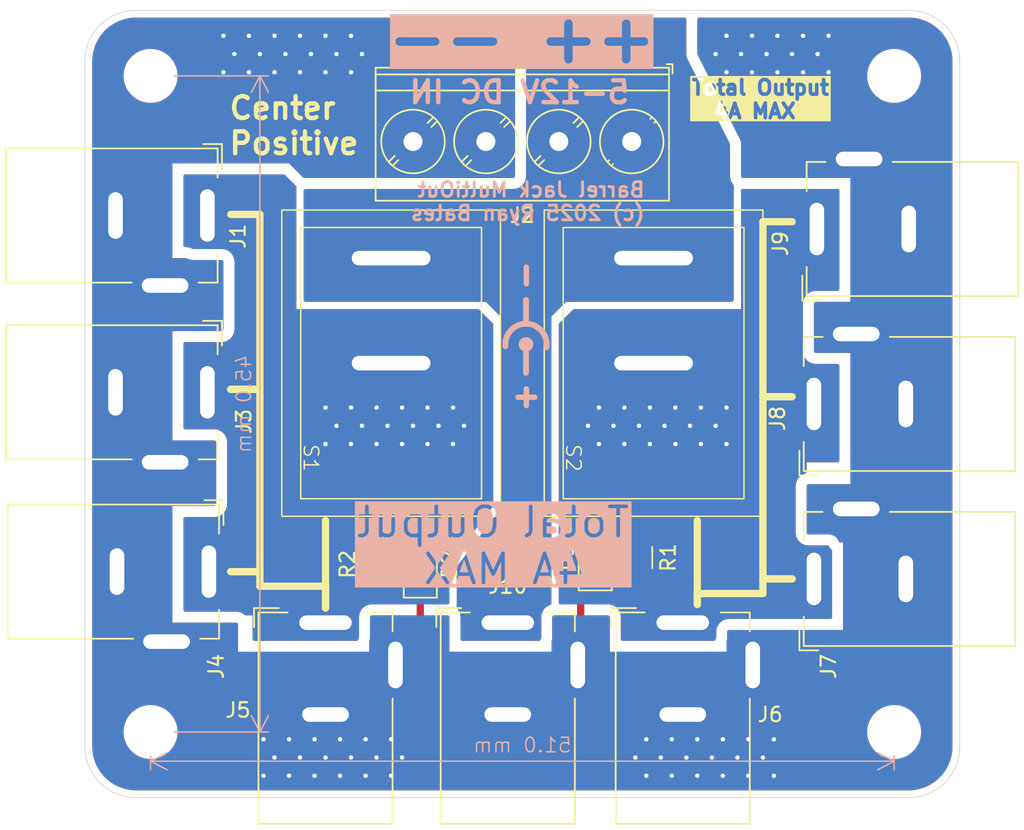
<source format=kicad_pcb>
(kicad_pcb (version 20240108) (generator "pcbnew") (generator_version "8.0")
  (layers (0 "F.Cu" signal) (31 "B.Cu" signal) (34 "B.Paste" user) (35 "F.Paste" user) (36 "B.SilkS" user "B.Silkscreen") (37 "F.SilkS" user "F.Silkscreen") (38 "B.Mask" user) (39 "F.Mask" user) (44 "Edge.Cuts" user))
  (net 0 "")
  (net 1 "GND")
  (net 2 "VDC")
  (net 3 "Net-(D1-A)")
  (net 4 "Net-(D2-A)")
  (net 5 "/VCC_A")
  (net 6 "/VCC_B")
  (footprint "Connector_BarrelJack:BarrelJack_GCT_DCJ200-10-A_Horizontal" (layer "F.Cu") (at 16.5 42)
    (property "Reference" "J5" (at -6 6 0) (layer "F.SilkS"))
    (property "Value" "Barrel_Jack" (hide yes))
    (fp_line (start -4.9 -1) (end -4.9 0.3) (stroke (width 0.12)) (layer "F.SilkS"))
    (fp_line (start -4.6 -0.7) (end -2.6 -0.7) (stroke (width 0.12)) (layer "F.SilkS"))
    (fp_line (start -4.6 13.8) (end -4.6 -0.7) (stroke (width 0.12)) (layer "F.SilkS"))
    (fp_line (start -3.2 -1) (end -4.9 -1) (stroke (width 0.12)) (layer "F.SilkS"))
    (fp_line (start 2.6 -0.7) (end 4.6 -0.7) (stroke (width 0.12)) (layer "F.SilkS"))
    (fp_line (start 4.6 -0.7) (end 4.6 0.6) (stroke (width 0.12)) (layer "F.SilkS"))
    (fp_line (start 4.6 5.2) (end 4.6 13.8) (stroke (width 0.12)) (layer "F.SilkS"))
    (fp_line (start 4.6 13.8) (end -4.6 13.8) (stroke (width 0.12)) (layer "F.SilkS"))
    (pad "1" thru_hole rect (at 0 0) (size 4.6 2) (drill oval 3.6 1) (layers "*.Cu" "*.Mask") (net 5 "/VCC_A"))
    (pad "2" thru_hole oval (at 0 6.3) (size 4.2 2) (drill oval 3.2 1) (layers "*.Cu" "*.Mask") (net 1 "GND"))
    (pad "2" thru_hole oval (at 4.8 2.9) (size 2 4.2) (drill oval 1 3.2) (layers "*.Cu" "*.Mask") (net 1 "GND"))
  )
  (footprint "Ryan_Custom_Modules:SPDT_ Rocker_Switch" (layer "F.Cu") (at 39 24.2 -90)
    (property "Reference" "S2" (at 6.5 5.5 -90) (layer "F.SilkS") (effects (font (thickness 0.1))))
    (property "Value" "~")
    (fp_rect (start -9.3 -6.2) (end 9.3 6.2) (stroke (width 0.1)) (fill none) (layer "F.SilkS"))
    (fp_rect (start -10.5 -7.5) (end 10.5 7.5) (stroke (width 0.1)) (fill none) (layer "F.SilkS"))
    (pad "1" thru_hole roundrect (at -7.2 0) (size 8 2.5) (drill oval 5.4 1) (layers "*.Cu" "*.Mask") (roundrect_rratio 0.125) (net 2 "VDC"))
    (pad "2" thru_hole roundrect (at 0 0) (size 8 2.5) (drill oval 5.4 1) (layers "*.Cu" "*.Mask") (roundrect_rratio 0.125) (net 6 "/VCC_B"))
  )
  (footprint "Connector_BarrelJack:BarrelJack_GCT_DCJ200-10-A_Horizontal" (layer "F.Cu") (at 50 39 90)
    (property "Reference" "J7" (at -6 1 90) (layer "F.SilkS"))
    (property "Value" "Barrel_Jack" (hide yes))
    (fp_line (start -3.2 -1) (end -4.9 -1) (stroke (width 0.12)) (layer "F.SilkS"))
    (fp_line (start -4.9 -1) (end -4.9 0.3) (stroke (width 0.12)) (layer "F.SilkS"))
    (fp_line (start 4.6 -0.7) (end 4.6 0.6) (stroke (width 0.12)) (layer "F.SilkS"))
    (fp_line (start 2.6 -0.7) (end 4.6 -0.7) (stroke (width 0.12)) (layer "F.SilkS"))
    (fp_line (start -4.6 -0.7) (end -2.6 -0.7) (stroke (width 0.12)) (layer "F.SilkS"))
    (fp_line (start 4.6 5.2) (end 4.6 13.8) (stroke (width 0.12)) (layer "F.SilkS"))
    (fp_line (start 4.6 13.8) (end -4.6 13.8) (stroke (width 0.12)) (layer "F.SilkS"))
    (fp_line (start -4.6 13.8) (end -4.6 -0.7) (stroke (width 0.12)) (layer "F.SilkS"))
    (pad "1" thru_hole rect (at 0 0 90) (size 4.6 2) (drill oval 3.6 1) (layers "*.Cu" "*.Mask") (net 6 "/VCC_B"))
    (pad "2" thru_hole oval (at 0 6.3 90) (size 4.2 2) (drill oval 3.2 1) (layers "*.Cu" "*.Mask") (net 1 "GND"))
    (pad "2" thru_hole oval (at 4.8 2.9 90) (size 2 4.2) (drill oval 1 3.2) (layers "*.Cu" "*.Mask") (net 1 "GND"))
  )
  (footprint "Resistor_SMD:R_1206_3216Metric" (layer "F.Cu") (at 38 37.5375 90)
    (property "Reference" "R1" (at 0 2 90) (layer "F.SilkS"))
    (property "Value" "5k")
    (fp_line (start -0.727064 -0.91) (end 0.727064 -0.91) (stroke (width 0.12)) (layer "F.SilkS"))
    (fp_line (start -0.727064 0.91) (end 0.727064 0.91) (stroke (width 0.12)) (layer "F.SilkS"))
    (pad "1" smd roundrect (at -1.4625 0 90) (size 1.125 1.75) (layers "F.Cu" "F.Paste" "F.Mask") (roundrect_rratio 0.222222) (net 6 "/VCC_B"))
    (pad "2" smd roundrect (at 1.4625 0 90) (size 1.125 1.75) (layers "F.Cu" "F.Paste" "F.Mask") (roundrect_rratio 0.222222) (net 3 "Net-(D1-A)"))
  )
  (footprint "Resistor_SMD:R_1206_3216Metric" (layer "F.Cu") (at 20 37.9625 90)
    (property "Reference" "R2" (at -0.0375 -2 90) (layer "F.SilkS"))
    (property "Value" "5k")
    (fp_line (start -0.727064 -0.91) (end 0.727064 -0.91) (stroke (width 0.12)) (layer "F.SilkS"))
    (fp_line (start -0.727064 0.91) (end 0.727064 0.91) (stroke (width 0.12)) (layer "F.SilkS"))
    (pad "1" smd roundrect (at -1.4625 0 90) (size 1.125 1.75) (layers "F.Cu" "F.Paste" "F.Mask") (roundrect_rratio 0.222222) (net 5 "/VCC_A"))
    (pad "2" smd roundrect (at 1.4625 0 90) (size 1.125 1.75) (layers "F.Cu" "F.Paste" "F.Mask") (roundrect_rratio 0.222222) (net 4 "Net-(D2-A)"))
  )
  (footprint "Connector_BarrelJack:BarrelJack_GCT_DCJ200-10-A_Horizontal" (layer "F.Cu") (at 41 42)
    (property "Reference" "J6" (at 6 6.3 0) (layer "F.SilkS"))
    (property "Value" "Barrel_Jack" (hide yes))
    (fp_line (start -4.9 -1) (end -4.9 0.3) (stroke (width 0.12)) (layer "F.SilkS"))
    (fp_line (start -4.6 -0.7) (end -2.6 -0.7) (stroke (width 0.12)) (layer "F.SilkS"))
    (fp_line (start -4.6 13.8) (end -4.6 -0.7) (stroke (width 0.12)) (layer "F.SilkS"))
    (fp_line (start -3.2 -1) (end -4.9 -1) (stroke (width 0.12)) (layer "F.SilkS"))
    (fp_line (start 2.6 -0.7) (end 4.6 -0.7) (stroke (width 0.12)) (layer "F.SilkS"))
    (fp_line (start 4.6 -0.7) (end 4.6 0.6) (stroke (width 0.12)) (layer "F.SilkS"))
    (fp_line (start 4.6 5.2) (end 4.6 13.8) (stroke (width 0.12)) (layer "F.SilkS"))
    (fp_line (start 4.6 13.8) (end -4.6 13.8) (stroke (width 0.12)) (layer "F.SilkS"))
    (pad "1" thru_hole rect (at 0 0) (size 4.6 2) (drill oval 3.6 1) (layers "*.Cu" "*.Mask") (net 6 "/VCC_B"))
    (pad "2" thru_hole oval (at 0 6.3) (size 4.2 2) (drill oval 3.2 1) (layers "*.Cu" "*.Mask") (net 1 "GND"))
    (pad "2" thru_hole oval (at 4.8 2.9) (size 2 4.2) (drill oval 1 3.2) (layers "*.Cu" "*.Mask") (net 1 "GND"))
  )
  (footprint "Connector_BarrelJack:BarrelJack_GCT_DCJ200-10-A_Horizontal" (layer "F.Cu") (at 50.2 15 90)
    (property "Reference" "J9" (at -1 -2.5 90) (layer "F.SilkS"))
    (property "Value" "Barrel_Jack" (hide yes))
    (fp_line (start -3.2 -1) (end -4.9 -1) (stroke (width 0.12)) (layer "F.SilkS"))
    (fp_line (start -4.9 -1) (end -4.9 0.3) (stroke (width 0.12)) (layer "F.SilkS"))
    (fp_line (start 4.6 -0.7) (end 4.6 0.6) (stroke (width 0.12)) (layer "F.SilkS"))
    (fp_line (start 2.6 -0.7) (end 4.6 -0.7) (stroke (width 0.12)) (layer "F.SilkS"))
    (fp_line (start -4.6 -0.7) (end -2.6 -0.7) (stroke (width 0.12)) (layer "F.SilkS"))
    (fp_line (start 4.6 5.2) (end 4.6 13.8) (stroke (width 0.12)) (layer "F.SilkS"))
    (fp_line (start 4.6 13.8) (end -4.6 13.8) (stroke (width 0.12)) (layer "F.SilkS"))
    (fp_line (start -4.6 13.8) (end -4.6 -0.7) (stroke (width 0.12)) (layer "F.SilkS"))
    (pad "1" thru_hole rect (at 0 0 90) (size 4.6 2) (drill oval 3.6 1) (layers "*.Cu" "*.Mask") (net 6 "/VCC_B"))
    (pad "2" thru_hole oval (at 0 6.3 90) (size 4.2 2) (drill oval 3.2 1) (layers "*.Cu" "*.Mask") (net 1 "GND"))
    (pad "2" thru_hole oval (at 4.8 2.9 90) (size 2 4.2) (drill oval 1 3.2) (layers "*.Cu" "*.Mask") (net 1 "GND"))
  )
  (footprint "TerminalBlock_Phoenix:TerminalBlock_Phoenix_PT-1,5-4-5.0-H_1x04_P5.00mm_Horizontal" (layer "F.Cu") (at 37.5 9 180)
    (property "Reference" "J2" (at 7.5 -5.06 360) (layer "F.SilkS"))
    (property "Value" "Screw_Terminal_4_P5.00mm" (hide yes))
    (fp_line (start 17.561 -4.06) (end 17.561 5.06) (stroke (width 0.12)) (layer "F.SilkS"))
    (fp_line (start 16.654 -1.388) (end 16.259 -0.992) (stroke (width 0.12)) (layer "F.SilkS"))
    (fp_line (start 16.388 -1.654) (end 16.008 -1.274) (stroke (width 0.12)) (layer "F.SilkS"))
    (fp_line (start 13.993 1.274) (end 13.613 1.654) (stroke (width 0.12)) (layer "F.SilkS"))
    (fp_line (start 13.742 0.992) (end 13.347 1.388) (stroke (width 0.12)) (layer "F.SilkS"))
    (fp_line (start 11.654 -1.388) (end 11.259 -0.992) (stroke (width 0.12)) (layer "F.SilkS"))
    (fp_line (start 11.388 -1.654) (end 11.008 -1.274) (stroke (width 0.12)) (layer "F.SilkS"))
    (fp_line (start 8.993 1.274) (end 8.613 1.654) (stroke (width 0.12)) (layer "F.SilkS"))
    (fp_line (start 8.742 0.992) (end 8.347 1.388) (stroke (width 0.12)) (layer "F.SilkS"))
    (fp_line (start 6.654 -1.388) (end 6.259 -0.992) (stroke (width 0.12)) (layer "F.SilkS"))
    (fp_line (start 6.388 -1.654) (end 6.008 -1.274) (stroke (width 0.12)) (layer "F.SilkS"))
    (fp_line (start 3.993 1.274) (end 3.613 1.654) (stroke (width 0.12)) (layer "F.SilkS"))
    (fp_line (start 3.742 0.992) (end 3.347 1.388) (stroke (width 0.12)) (layer "F.SilkS"))
    (fp_line (start 1.654 -1.388) (end 1.547 -1.281) (stroke (width 0.12)) (layer "F.SilkS"))
    (fp_line (start 1.388 -1.654) (end 1.281 -1.547) (stroke (width 0.12)) (layer "F.SilkS"))
    (fp_line (start -1.282 1.547) (end -1.388 1.654) (stroke (width 0.12)) (layer "F.SilkS"))
    (fp_line (start -1.548 1.281) (end -1.654 1.388) (stroke (width 0.12)) (layer "F.SilkS"))
    (fp_line (start -2.56 5.06) (end 17.561 5.06) (stroke (width 0.12)) (layer "F.SilkS"))
    (fp_line (start -2.56 4.6) (end 17.561 4.6) (stroke (width 0.12)) (layer "F.SilkS"))
    (fp_line (start -2.56 3.5) (end 17.561 3.5) (stroke (width 0.12)) (layer "F.SilkS"))
    (fp_line (start -2.56 -4.06) (end 17.561 -4.06) (stroke (width 0.12)) (layer "F.SilkS"))
    (fp_line (start -2.56 -4.06) (end -2.56 5.06) (stroke (width 0.12)) (layer "F.SilkS"))
    (fp_line (start -2.8 5.3) (end -2.4 5.3) (stroke (width 0.12)) (layer "F.SilkS"))
    (fp_line (start -2.8 4.66) (end -2.8 5.3) (stroke (width 0.12)) (layer "F.SilkS"))
    (fp_circle (center 15 0) (end 17.18 0) (stroke (width 0.12)) (fill none) (layer "F.SilkS"))
    (fp_circle (center 10 0) (end 12.18 0) (stroke (width 0.12)) (fill none) (layer "F.SilkS"))
    (fp_circle (center 5 0) (end 7.18 0) (stroke (width 0.12)) (fill none) (layer "F.SilkS"))
    (fp_circle (center 0 0) (end 2.18 0) (stroke (width 0.12)) (fill none) (layer "F.SilkS"))
    (pad "1" thru_hole rect (at 0 0 180) (size 2.6 2.6) (drill 1.3) (layers "*.Cu" "*.Mask") (net 2 "VDC"))
    (pad "2" thru_hole circle (at 5 0 180) (size 2.6 2.6) (drill 1.3) (layers "*.Cu" "*.Mask") (net 2 "VDC"))
    (pad "3" thru_hole circle (at 10 0 180) (size 2.6 2.6) (drill 1.3) (layers "*.Cu" "*.Mask") (net 1 "GND"))
    (pad "4" thru_hole circle (at 15 0 180) (size 2.6 2.6) (drill 1.3) (layers "*.Cu" "*.Mask") (net 1 "GND"))
  )
  (footprint "LED_SMD:LED_1206_3216Metric" (layer "F.Cu") (at 23 38 90)
    (property "Reference" "D2" (at 0 2 90) (layer "F.SilkS"))
    (property "Value" "LED")
    (fp_line (start 1.6 -1.135) (end -2.285 -1.135) (stroke (width 0.12)) (layer "F.SilkS"))
    (fp_line (start -2.285 -1.135) (end -2.285 1.135) (stroke (width 0.12)) (layer "F.SilkS"))
    (fp_line (start -2.285 1.135) (end 1.6 1.135) (stroke (width 0.12)) (layer "F.SilkS"))
    (pad "1" smd roundrect (at -1.4 0 90) (size 1.25 1.75) (layers "F.Cu" "F.Paste" "F.Mask") (roundrect_rratio 0.2) (net 1 "GND"))
    (pad "2" smd roundrect (at 1.4 0 90) (size 1.25 1.75) (layers "F.Cu" "F.Paste" "F.Mask") (roundrect_rratio 0.2) (net 4 "Net-(D2-A)"))
  )
  (footprint "MountingHole:MountingHole_3.2mm_M3" (layer "F.Cu") (at 4.5 49.5)
    (property "Reference" "H2" (hide yes))
    (property "Value" "MountingHole_M3" (hide yes))
    (pad "" np_thru_hole circle (at 0 0) (size 3.2 3.2) (drill 3.2) (layers "*.Cu" "*.Mask"))
  )
  (footprint "Connector_BarrelJack:BarrelJack_GCT_DCJ200-10-A_Horizontal" (layer "F.Cu") (at 29 42)
    (property "Reference" "J10" (at 0 -2.5 360) (layer "F.SilkS"))
    (property "Value" "Barrel_Jack" (hide yes))
    (fp_line (start -4.9 -1) (end -4.9 0.3) (stroke (width 0.12)) (layer "F.SilkS"))
    (fp_line (start -4.6 -0.7) (end -2.6 -0.7) (stroke (width 0.12)) (layer "F.SilkS"))
    (fp_line (start -4.6 13.8) (end -4.6 -0.7) (stroke (width 0.12)) (layer "F.SilkS"))
    (fp_line (start -3.2 -1) (end -4.9 -1) (stroke (width 0.12)) (layer "F.SilkS"))
    (fp_line (start 2.6 -0.7) (end 4.6 -0.7) (stroke (width 0.12)) (layer "F.SilkS"))
    (fp_line (start 4.6 -0.7) (end 4.6 0.6) (stroke (width 0.12)) (layer "F.SilkS"))
    (fp_line (start 4.6 5.2) (end 4.6 13.8) (stroke (width 0.12)) (layer "F.SilkS"))
    (fp_line (start 4.6 13.8) (end -4.6 13.8) (stroke (width 0.12)) (layer "F.SilkS"))
    (pad "1" thru_hole rect (at 0 0) (size 4.6 2) (drill oval 3.6 1) (layers "*.Cu" "*.Mask") (net 2 "VDC"))
    (pad "2" thru_hole oval (at 0 6.3) (size 4.2 2) (drill oval 3.2 1) (layers "*.Cu" "*.Mask") (net 1 "GND"))
    (pad "2" thru_hole oval (at 4.8 2.9) (size 2 4.2) (drill oval 1 3.2) (layers "*.Cu" "*.Mask") (net 1 "GND"))
  )
  (footprint "Connector_BarrelJack:BarrelJack_GCT_DCJ200-10-A_Horizontal" (layer "F.Cu") (at 8.4 14.075 -90)
    (property "Reference" "J1" (at 1.425 -2.1 90) (layer "F.SilkS"))
    (property "Value" "Barrel_Jack" (hide yes))
    (fp_line (start -4.6 13.8) (end -4.6 -0.7) (stroke (width 0.12)) (layer "F.SilkS"))
    (fp_line (start 4.6 13.8) (end -4.6 13.8) (stroke (width 0.12)) (layer "F.SilkS"))
    (fp_line (start 4.6 5.2) (end 4.6 13.8) (stroke (width 0.12)) (layer "F.SilkS"))
    (fp_line (start -4.6 -0.7) (end -2.6 -0.7) (stroke (width 0.12)) (layer "F.SilkS"))
    (fp_line (start 2.6 -0.7) (end 4.6 -0.7) (stroke (width 0.12)) (layer "F.SilkS"))
    (fp_line (start 4.6 -0.7) (end 4.6 0.6) (stroke (width 0.12)) (layer "F.SilkS"))
    (fp_line (start -4.9 -1) (end -4.9 0.3) (stroke (width 0.12)) (layer "F.SilkS"))
    (fp_line (start -3.2 -1) (end -4.9 -1) (stroke (width 0.12)) (layer "F.SilkS"))
    (pad "1" thru_hole rect (at 0 0 270) (size 4.6 2) (drill oval 3.6 1) (layers "*.Cu" "*.Mask") (net 5 "/VCC_A"))
    (pad "2" thru_hole oval (at 0 6.3 270) (size 4.2 2) (drill oval 3.2 1) (layers "*.Cu" "*.Mask") (net 1 "GND"))
    (pad "2" thru_hole oval (at 4.8 2.9 270) (size 2 4.2) (drill oval 1 3.2) (layers "*.Cu" "*.Mask") (net 1 "GND"))
  )
  (footprint "MountingHole:MountingHole_3.2mm_M3" (layer "F.Cu") (at 55.5 49.5)
    (property "Reference" "H4" (hide yes))
    (property "Value" "MountingHole_M3" (hide yes))
    (pad "" np_thru_hole circle (at 0 0) (size 3.2 3.2) (drill 3.2) (layers "*.Cu" "*.Mask"))
  )
  (footprint "MountingHole:MountingHole_3.2mm_M3" (layer "F.Cu") (at 4.5 4.5)
    (property "Reference" "H3" (hide yes))
    (property "Value" "MountingHole_M3" (hide yes))
    (pad "" np_thru_hole circle (at 0 0) (size 3.2 3.2) (drill 3.2) (layers "*.Cu" "*.Mask"))
  )
  (footprint "Connector_BarrelJack:BarrelJack_GCT_DCJ200-10-A_Horizontal" (layer "F.Cu") (at 50 27 90)
    (property "Reference" "J8" (at -1 -2.5 90) (layer "F.SilkS"))
    (property "Value" "Barrel_Jack" (hide yes))
    (fp_line (start -3.2 -1) (end -4.9 -1) (stroke (width 0.12)) (layer "F.SilkS"))
    (fp_line (start -4.9 -1) (end -4.9 0.3) (stroke (width 0.12)) (layer "F.SilkS"))
    (fp_line (start 4.6 -0.7) (end 4.6 0.6) (stroke (width 0.12)) (layer "F.SilkS"))
    (fp_line (start 2.6 -0.7) (end 4.6 -0.7) (stroke (width 0.12)) (layer "F.SilkS"))
    (fp_line (start -4.6 -0.7) (end -2.6 -0.7) (stroke (width 0.12)) (layer "F.SilkS"))
    (fp_line (start 4.6 5.2) (end 4.6 13.8) (stroke (width 0.12)) (layer "F.SilkS"))
    (fp_line (start 4.6 13.8) (end -4.6 13.8) (stroke (width 0.12)) (layer "F.SilkS"))
    (fp_line (start -4.6 13.8) (end -4.6 -0.7) (stroke (width 0.12)) (layer "F.SilkS"))
    (pad "1" thru_hole rect (at 0 0 90) (size 4.6 2) (drill oval 3.6 1) (layers "*.Cu" "*.Mask") (net 6 "/VCC_B"))
    (pad "2" thru_hole oval (at 0 6.3 90) (size 4.2 2) (drill oval 3.2 1) (layers "*.Cu" "*.Mask") (net 1 "GND"))
    (pad "2" thru_hole oval (at 4.8 2.9 90) (size 2 4.2) (drill oval 1 3.2) (layers "*.Cu" "*.Mask") (net 1 "GND"))
  )
  (footprint "Ryan_Custom_Modules:SPDT_ Rocker_Switch" (layer "F.Cu") (at 21 24.2 -90)
    (property "Reference" "S1" (at 6.5 5.5 -90) (layer "F.SilkS") (effects (font (thickness 0.1))))
    (property "Value" "~")
    (fp_rect (start -9.3 -6.2) (end 9.3 6.2) (stroke (width 0.1)) (fill none) (layer "F.SilkS"))
    (fp_rect (start -10.5 -7.5) (end 10.5 7.5) (stroke (width 0.1)) (fill none) (layer "F.SilkS"))
    (pad "1" thru_hole roundrect (at -7.2 0) (size 8 2.5) (drill oval 5.4 1) (layers "*.Cu" "*.Mask") (roundrect_rratio 0.125) (net 2 "VDC"))
    (pad "2" thru_hole roundrect (at 0 0) (size 8 2.5) (drill oval 5.4 1) (layers "*.Cu" "*.Mask") (roundrect_rratio 0.125) (net 5 "/VCC_A"))
  )
  (footprint "MountingHole:MountingHole_3.2mm_M3" (layer "F.Cu") (at 55.5 4.5)
    (property "Reference" "H1" (hide yes))
    (property "Value" "MountingHole_M3" (hide yes))
    (pad "" np_thru_hole circle (at 0 0) (size 3.2 3.2) (drill 3.2) (layers "*.Cu" "*.Mask"))
  )
  (footprint "LED_SMD:LED_1206_3216Metric" (layer "F.Cu") (at 35 37.5 90)
    (property "Reference" "D1" (at 0 -2 90) (layer "F.SilkS"))
    (property "Value" "LED")
    (fp_line (start 1.6 -1.135) (end -2.285 -1.135) (stroke (width 0.12)) (layer "F.SilkS"))
    (fp_line (start -2.285 -1.135) (end -2.285 1.135) (stroke (width 0.12)) (layer "F.SilkS"))
    (fp_line (start -2.285 1.135) (end 1.6 1.135) (stroke (width 0.12)) (layer "F.SilkS"))
    (pad "1" smd roundrect (at -1.4 0 90) (size 1.25 1.75) (layers "F.Cu" "F.Paste" "F.Mask") (roundrect_rratio 0.2) (net 1 "GND"))
    (pad "2" smd roundrect (at 1.4 0 90) (size 1.25 1.75) (layers "F.Cu" "F.Paste" "F.Mask") (roundrect_rratio 0.2) (net 3 "Net-(D1-A)"))
  )
  (footprint "Connector_BarrelJack:BarrelJack_GCT_DCJ200-10-A_Horizontal" (layer "F.Cu") (at 8.5 38.5 -90)
    (property "Reference" "J4" (at 6.5 -0.5 90) (layer "F.SilkS"))
    (property "Value" "Barrel_Jack" (hide yes))
    (fp_line (start -4.6 13.8) (end -4.6 -0.7) (stroke (width 0.12)) (layer "F.SilkS"))
    (fp_line (start 4.6 13.8) (end -4.6 13.8) (stroke (width 0.12)) (layer "F.SilkS"))
    (fp_line (start 4.6 5.2) (end 4.6 13.8) (stroke (width 0.12)) (layer "F.SilkS"))
    (fp_line (start -4.6 -0.7) (end -2.6 -0.7) (stroke (width 0.12)) (layer "F.SilkS"))
    (fp_line (start 2.6 -0.7) (end 4.6 -0.7) (stroke (width 0.12)) (layer "F.SilkS"))
    (fp_line (start 4.6 -0.7) (end 4.6 0.6) (stroke (width 0.12)) (layer "F.SilkS"))
    (fp_line (start -4.9 -1) (end -4.9 0.3) (stroke (width 0.12)) (layer "F.SilkS"))
    (fp_line (start -3.2 -1) (end -4.9 -1) (stroke (width 0.12)) (layer "F.SilkS"))
    (pad "1" thru_hole rect (at 0 0 270) (size 4.6 2) (drill oval 3.6 1) (layers "*.Cu" "*.Mask") (net 5 "/VCC_A"))
    (pad "2" thru_hole oval (at 0 6.3 270) (size 4.2 2) (drill oval 3.2 1) (layers "*.Cu" "*.Mask") (net 1 "GND"))
    (pad "2" thru_hole oval (at 4.8 2.9 270) (size 2 4.2) (drill oval 1 3.2) (layers "*.Cu" "*.Mask") (net 1 "GND"))
  )
  (footprint "Connector_BarrelJack:BarrelJack_GCT_DCJ200-10-A_Horizontal" (layer "F.Cu") (at 8.4 26.2 -90)
    (property "Reference" "J3" (at 2 -2.5 90) (layer "F.SilkS"))
    (property "Value" "Barrel_Jack" (hide yes))
    (fp_line (start -4.6 13.8) (end -4.6 -0.7) (stroke (width 0.12)) (layer "F.SilkS"))
    (fp_line (start 4.6 13.8) (end -4.6 13.8) (stroke (width 0.12)) (layer "F.SilkS"))
    (fp_line (start 4.6 5.2) (end 4.6 13.8) (stroke (width 0.12)) (layer "F.SilkS"))
    (fp_line (start -4.6 -0.7) (end -2.6 -0.7) (stroke (width 0.12)) (layer "F.SilkS"))
    (fp_line (start 2.6 -0.7) (end 4.6 -0.7) (stroke (width 0.12)) (layer "F.SilkS"))
    (fp_line (start 4.6 -0.7) (end 4.6 0.6) (stroke (width 0.12)) (layer "F.SilkS"))
    (fp_line (start -4.9 -1) (end -4.9 0.3) (stroke (width 0.12)) (layer "F.SilkS"))
    (fp_line (start -3.2 -1) (end -4.9 -1) (stroke (width 0.12)) (layer "F.SilkS"))
    (pad "1" thru_hole rect (at 0 0 270) (size 4.6 2) (drill oval 3.6 1) (layers "*.Cu" "*.Mask") (net 5 "/VCC_A"))
    (pad "2" thru_hole oval (at 0 6.3 270) (size 4.2 2) (drill oval 3.2 1) (layers "*.Cu" "*.Mask") (net 1 "GND"))
    (pad "2" thru_hole oval (at 4.8 2.9 270) (size 2 4.2) (drill oval 1 3.2) (layers "*.Cu" "*.Mask") (net 1 "GND"))
  )
  (gr_line (start 30.25 21.513748) (end 30.25 19.863748) (stroke (width 0.4)) (layer "B.SilkS"))
  (gr_circle (center 30.25 22.913748) (end 30.25 22.613748) (stroke (width 0.4)) (fill none) (layer "B.SilkS"))
  (gr_line (start 30.25 22.913748) (end 30.25 24.863748) (stroke (width 0.4)) (layer "B.SilkS"))
  (gr_arc (start 28.841596 23.041784) (mid 30.286227 21.5) (end 31.65 23.113748) (stroke (width 0.4)) (layer "B.SilkS"))
  (gr_line (start 46.5 40) (end 42 40) (stroke (width 0.5)) (layer "F.SilkS"))
  (gr_line (start 12 38.5) (end 10 38.5) (stroke (width 0.5)) (layer "F.SilkS"))
  (gr_line (start 46.5 26.5) (end 46.5 38) (stroke (width 0.5)) (layer "F.SilkS"))
  (gr_line (start 12 39.5) (end 16.5 39.5) (stroke (width 0.5)) (layer "F.SilkS"))
  (gr_line (start 48.5 39) (end 46.5 39) (stroke (width 0.5)) (layer "F.SilkS"))
  (gr_line (start 10 26) (end 12 26) (stroke (width 0.5)) (layer "F.SilkS"))
  (gr_line (start 48.5 26.5) (end 46.5 26.5) (stroke (width 0.5)) (layer "F.SilkS"))
  (gr_line (start 46.5 39) (end 48.5 39) (stroke (width 0.5)) (layer "F.SilkS"))
  (gr_line (start 12 14) (end 12 26) (stroke (width 0.5)) (layer "F.SilkS"))
  (gr_line (start 12 26) (end 12 37.5) (stroke (width 0.5)) (layer "F.SilkS"))
  (gr_line (start 12 26) (end 10 26) (stroke (width 0.5)) (layer "F.SilkS"))
  (gr_line (start 10 38.5) (end 12 38.5) (stroke (width 0.5)) (layer "F.SilkS"))
  (gr_line (start 10 14) (end 12 14) (stroke (width 0.5)) (layer "F.SilkS"))
  (gr_line (start 12 38.5) (end 12 39.5) (stroke (width 0.5)) (layer "F.SilkS"))
  (gr_line (start 42 40) (end 42 35) (stroke (width 0.5)) (layer "F.SilkS"))
  (gr_line (start 16.5 39.5) (end 16.5 41) (stroke (width 0.5)) (layer "F.SilkS"))
  (gr_line (start 46.5 39) (end 46.5 40) (stroke (width 0.5)) (layer "F.SilkS"))
  (gr_line (start 16.5 39.5) (end 16.5 35) (stroke (width 0.5)) (layer "F.SilkS"))
  (gr_line (start 42 40) (end 42 40.75) (stroke (width 0.5)) (layer "F.SilkS"))
  (gr_line (start 46.5 26.5) (end 48.5 26.5) (stroke (width 0.5)) (layer "F.SilkS"))
  (gr_line (start 12 37.5) (end 12 38.5) (stroke (width 0.5)) (layer "F.SilkS"))
  (gr_line (start 46.5 38) (end 46.5 39) (stroke (width 0.5)) (layer "F.SilkS"))
  (gr_line (start 16.5 41) (end 16.5 39.5) (stroke (width 0.5)) (layer "F.SilkS"))
  (gr_line (start 46.5 14.5) (end 46.5 26.5) (stroke (width 0.5)) (layer "F.SilkS"))
  (gr_line (start 48.5 14.5) (end 46.5 14.5) (stroke (width 0.5)) (layer "F.SilkS"))
  (gr_line (start 42 40.75) (end 42 40) (stroke (width 0.5)) (layer "F.SilkS"))
  (gr_arc (start 3.500001 53.999999) (mid 1.025127 52.974873) (end 0.000001 50.499999) (stroke (width 0.05)) (layer "Edge.Cuts"))
  (gr_line (start 3.500001 53.999999) (end 56.499999 53.999999) (stroke (width 0.05)) (layer "Edge.Cuts"))
  (gr_arc (start 56.5 0) (mid 58.974874 1.025126) (end 60 3.5) (stroke (width 0.05)) (layer "Edge.Cuts"))
  (gr_arc (start 59.999999 50.499999) (mid 58.974873 52.974873) (end 56.499999 53.999999) (stroke (width 0.05)) (layer "Edge.Cuts"))
  (gr_line (start 0.000001 3.500001) (end 0.000001 50.499999) (stroke (width 0.05)) (layer "Edge.Cuts"))
  (gr_arc (start 0.000001 3.500001) (mid 1.025127 1.025127) (end 3.500001 0.000001) (stroke (width 0.05)) (layer "Edge.Cuts"))
  (gr_line (start 59.999999 50.499999) (end 60 3.5) (stroke (width 0.05)) (layer "Edge.Cuts"))
  (gr_line (start 56.5 0) (end 3.500001 0.000001) (stroke (width 0.05)) (layer "Edge.Cuts"))
  (gr_text "++ --" (at 39.5 0.5 180) (layer "B.SilkS" knockout) (effects (font (size 3.2 3.2) (thickness 0.6) (bold yes)) (justify left bottom)))
  (gr_text "Total Output\n  4A MAX " (at 37.5 39.5 0) (layer "B.SilkS" knockout) (effects (font (size 2 2) (thickness 0.25) (bold yes)) (justify left bottom mirror)))
  (gr_text "-" (at 29.5 17.013748 -90) (layer "B.SilkS") (effects (font (size 1.5 1.5) (thickness 0.375) (bold yes)) (justify left bottom)))
  (gr_text "5-12V DC IN" (at 37.5 6.5 0) (layer "B.SilkS") (effects (font (size 1.5 1.5) (thickness 0.3) (bold yes)) (justify left bottom mirror)))
  (gr_text "+" (at 29.5 25.363748 -90) (layer "B.SilkS") (effects (font (size 1.5 1.5) (thickness 0.375) (bold yes)) (justify left bottom)))
  (gr_text "Barrel Jack MultiOut\n(c) 2025 Ryan Bates" (at 38.5 14.5 0) (layer "B.SilkS") (effects (font (size 1 1) (thickness 0.2) (bold yes)) (justify left bottom mirror)))
  (gr_text "Center \nPositive" (at 9.75 10 0) (layer "F.SilkS") (effects (font (size 1.5 1.5) (thickness 0.3) (bold yes)) (justify left bottom)))
  (gr_text "Total Output\n  4A MAX " (at 41.5 7.5 0) (layer "F.SilkS" knockout) (effects (font (size 1 1) (thickness 0.25) (bold yes)) (justify left bottom)))
  (gr_text "++ --" (at 39.5 0.5 180) (layer "F.SilkS" knockout) (effects (font (size 3.2 3.2) (thickness 0.6) (bold yes)) (justify left bottom)))
  (dimension (type aligned) (layer "B.SilkS") (pts (xy 4.5 49.5) (xy 55.5 49.5)) (height 1.999999) (gr_text "51.0 mm" (at 30 50.399999 0) (layer "B.SilkS") (effects (font (size 1 1) (thickness 0.1)) (justify mirror))) (format (prefix "") (suffix "") (units 3) (units_format 1) (precision 1)) (style (thickness 0.1) (arrow_length 1.27) (text_position_mode 0) (extension_height 0.58642) (extension_offset 0.5) keep_text_aligned))
  (dimension (type aligned) (layer "B.SilkS") (pts (xy 4.5 49.5) (xy 4.5 4.5)) (height 7.5) (gr_text "45.0 mm" (at 10.9 27 90) (layer "B.SilkS") (effects (font (size 1 1) (thickness 0.1)) (justify mirror))) (format (prefix "") (suffix "") (units 3) (units_format 1) (precision 1)) (style (thickness 0.1) (arrow_length 1.27) (text_position_mode 0) (extension_height 0.58642) (extension_offset 0.5) keep_text_aligned))
  (segment (start 23 43.2) (end 21.3 44.9) (width 0.5) (layer "F.Cu") (net 1))
  (segment (start 34 39.9) (end 34 44.7) (width 0.5) (layer "F.Cu") (net 1))
  (segment (start 34 44.7) (end 33.8 44.9) (width 0.5) (layer "F.Cu") (net 1))
  (segment (start 23 39.4) (end 23 43.2) (width 0.5) (layer "F.Cu") (net 1))
  (segment (start 35 38.9) (end 34 39.9) (width 0.5) (layer "F.Cu") (net 1))
  (via (at 16.5 51.25) (size 0.6) (drill 0.3) (layers "F.Cu" "B.Cu") (net 1))
  (via (at 10.25 3) (size 0.6) (drill 0.3) (layers "F.Cu" "B.Cu") (net 1))
  (via (at 19 3) (size 0.6) (drill 0.3) (layers "F.Cu" "B.Cu") (net 1))
  (via (at 43 51.25) (size 0.6) (drill 0.3) (layers "F.Cu" "B.Cu") (net 1))
  (via (at 43.25 3) (size 0.6) (drill 0.3) (layers "F.Cu" "B.Cu") (net 1))
  (via (at 13 1.75) (size 0.6) (drill 0.3) (layers "F.Cu" "B.Cu") (net 1))
  (via (at 14 52.5) (size 0.6) (drill 0.3) (layers "F.Cu" "B.Cu") (net 1))
  (via (at 44.75 51.25) (size 0.6) (drill 0.3) (layers "F.Cu" "B.Cu") (net 1))
  (via (at 45.75 4.25) (size 0.6) (drill 0.3) (layers "F.Cu" "B.Cu") (net 1))
  (via (at 38.5 52.5) (size 0.6) (drill 0.3) (layers "F.Cu" "B.Cu") (net 1))
  (via (at 43.75 50) (size 0.6) (drill 0.3) (layers "F.Cu" "B.Cu") (net 1))
  (via (at 18.25 4.25) (size 0.6) (drill 0.3) (layers "F.Cu" "B.Cu") (net 1))
  (via (at 45.5 50) (size 0.6) (drill 0.3) (layers "F.Cu" "B.Cu") (net 1))
  (via (at 38.5 50) (size 0.6) (drill 0.3) (layers "F.Cu" "B.Cu") (net 1))
  (via (at 14 50) (size 0.6) (drill 0.3) (layers "F.Cu" "B.Cu") (net 1))
  (via (at 40.25 50) (size 0.6) (drill 0.3) (layers "F.Cu" "B.Cu") (net 1))
  (via (at 48.5 3) (size 0.6) (drill 0.3) (layers "F.Cu" "B.Cu") (net 1))
  (via (at 19.25 52.5) (size 0.6) (drill 0.3) (layers "F.Cu" "B.Cu") (net 1))
  (via (at 47.25 52.5) (size 0.6) (drill 0.3) (layers "F.Cu" "B.Cu") (net 1))
  (via (at 45.5 52.5) (size 0.6) (drill 0.3) (layers "F.Cu" "B.Cu") (net 1))
  (via (at 18.25 1.75) (size 0.6) (drill 0.3) (layers "F.Cu" "B.Cu") (net 1))
  (via (at 12.25 52.5) (size 0.6) (drill 0.3) (layers "F.Cu" "B.Cu") (net 1))
  (via (at 12 3) (size 0.6) (drill 0.3) (layers "F.Cu" "B.Cu") (net 1))
  (via (at 45.75 1.75) (size 0.6) (drill 0.3) (layers "F.Cu" "B.Cu") (net 1))
  (via (at 15.75 50) (size 0.6) (drill 0.3) (layers "F.Cu" "B.Cu") (net 1))
  (via (at 17.5 52.5) (size 0.6) (drill 0.3) (layers "F.Cu" "B.Cu") (net 1))
  (via (at 15.75 52.5) (size 0.6) (drill 0.3) (layers "F.Cu" "B.Cu") (net 1))
  (via (at 51 1.75) (size 0.6) (drill 0.3) (layers "F.Cu" "B.Cu") (net 1))
  (via (at 21.75 51.25) (size 0.6) (drill 0.3) (layers "F.Cu" "B.Cu") (net 1))
  (via (at 46.75 3) (size 0.6) (drill 0.3) (layers "F.Cu" "B.Cu") (net 1))
  (via (at 45 3) (size 0.6) (drill 0.3) (layers "F.Cu" "B.Cu") (net 1))
  (via (at 17.5 50) (size 0.6) (drill 0.3) (layers "F.Cu" "B.Cu") (net 1))
  (via (at 11.25 1.75) (size 0.6) (drill 0.3) (layers "F.Cu" "B.Cu") (net 1))
  (via (at 40.25 52.5) (size 0.6) (drill 0.3) (layers "F.Cu" "B.Cu") (net 1))
  (via (at 41.25 51.25) (size 0.6) (drill 0.3) (layers "F.Cu" "B.Cu") (net 1))
  (via (at 9.5 4.25) (size 0.6) (drill 0.3) (layers "F.Cu" "B.Cu") (net 1))
  (via (at 11.25 4.25) (size 0.6) (drill 0.3) (layers "F.Cu" "B.Cu") (net 1))
  (via (at 50.25 3) (size 0.6) (drill 0.3) (layers "F.Cu" "B.Cu") (net 1))
  (via (at 49.25 1.75) (size 0.6) (drill 0.3) (layers "F.Cu" "B.Cu") (net 1))
  (via (at 51 4.25) (size 0.6) (drill 0.3) (layers "F.Cu" "B.Cu") (net 1))
  (via (at 46.5 51.25) (size 0.6) (drill 0.3) (layers "F.Cu" "B.Cu") (net 1))
  (via (at 9.5 1.75) (size 0.6) (drill 0.3) (layers "F.Cu" "B.Cu") (net 1))
  (via (at 42 52.5) (size 0.6) (drill 0.3) (layers "F.Cu" "B.Cu") (net 1))
  (via (at 13 4.25) (size 0.6) (drill 0.3) (layers "F.Cu" "B.Cu") (net 1))
  (via (at 44 4.25) (size 0.6) (drill 0.3) (layers "F.Cu" "B.Cu") (net 1))
  (via (at 13.75 3) (size 0.6) (drill 0.3) (layers "F.Cu" "B.Cu") (net 1))
  (via (at 18.25 51.25) (size 0.6) (drill 0.3) (layers "F.Cu" "B.Cu") (net 1))
  (via (at 42 50) (size 0.6) (drill 0.3) (layers "F.Cu" "B.Cu") (net 1))
  (via (at 16.5 1.75) (size 0.6) (drill 0.3) (layers "F.Cu" "B.Cu") (net 1))
  (via (at 21 50) (size 0.6) (drill 0.3) (layers "F.Cu" "B.Cu") (net 1))
  (via (at 19.25 50) (size 0.6) (drill 0.3) (layers "F.Cu" "B.Cu") (net 1))
  (via (at 21 52.5) (size 0.6) (drill 0.3) (layers "F.Cu" "B.Cu") (net 1))
  (via (at 37.75 51.25) (size 0.6) (drill 0.3) (layers "F.Cu" "B.Cu") (net 1))
  (via (at 15.5 3) (size 0.6) (drill 0.3) (layers "F.Cu" "B.Cu") (net 1))
  (via (at 16.5 4.25) (size 0.6) (drill 0.3) (layers "F.Cu" "B.Cu") (net 1))
  (via (at 39.5 51.25) (size 0.6) (drill 0.3) (layers "F.Cu" "B.Cu") (net 1))
  (via (at 17.25 3) (size 0.6) (drill 0.3) (layers "F.Cu" "B.Cu") (net 1))
  (via (at 47.5 4.25) (size 0.6) (drill 0.3) (layers "F.Cu" "B.Cu") (net 1))
  (via (at 14.75 4.25) (size 0.6) (drill 0.3) (layers "F.Cu" "B.Cu") (net 1))
  (via (at 20 51.25) (size 0.6) (drill 0.3) (layers "F.Cu" "B.Cu") (net 1))
  (via (at 12.25 50) (size 0.6) (drill 0.3) (layers "F.Cu" "B.Cu") (net 1))
  (via (at 14.75 1.75) (size 0.6) (drill 0.3) (layers "F.Cu" "B.Cu") (net 1))
  (via (at 47.5 1.75) (size 0.6) (drill 0.3) (layers "F.Cu" "B.Cu") (net 1))
  (via (at 43.75 52.5) (size 0.6) (drill 0.3) (layers "F.Cu" "B.Cu") (net 1))
  (via (at 13 51.25) (size 0.6) (drill 0.3) (layers "F.Cu" "B.Cu") (net 1))
  (via (at 14.75 51.25) (size 0.6) (drill 0.3) (layers "F.Cu" "B.Cu") (net 1))
  (via (at 49.25 4.25) (size 0.6) (drill 0.3) (layers "F.Cu" "B.Cu") (net 1))
  (via (at 44 1.75) (size 0.6) (drill 0.3) (layers "F.Cu" "B.Cu") (net 1))
  (via (at 47.25 50) (size 0.6) (drill 0.3) (layers "F.Cu" "B.Cu") (net 1))
  (segment (start 35 36.1) (end 37.975 36.1) (width 0.5) (layer "F.Cu") (net 3))
  (segment (start 37.975 36.1) (end 38 36.075) (width 0.5) (layer "F.Cu") (net 3))
  (segment (start 20 36.5) (end 22.9 36.5) (width 0.5) (layer "F.Cu") (net 4))
  (segment (start 22.9 36.5) (end 23 36.6) (width 0.5) (layer "F.Cu") (net 4))
  (via (at 23.5 29.75) (size 0.6) (drill 0.3) (layers "F.Cu" "B.Cu") (net 5))
  (via (at 20 29.75) (size 0.6) (drill 0.3) (layers "F.Cu" "B.Cu") (net 5))
  (via (at 21.75 27.25) (size 0.6) (drill 0.3) (layers "F.Cu" "B.Cu") (net 5))
  (via (at 23.5 27.25) (size 0.6) (drill 0.3) (layers "F.Cu" "B.Cu") (net 5))
  (via (at 18.25 29.75) (size 0.6) (drill 0.3) (layers "F.Cu" "B.Cu") (net 5))
  (via (at 20.75 28.5) (size 0.6) (drill 0.3) (layers "F.Cu" "B.Cu") (net 5))
  (via (at 26 28.5) (size 0.6) (drill 0.3) (layers "F.Cu" "B.Cu") (net 5))
  (via (at 21.75 29.75) (size 0.6) (drill 0.3) (layers "F.Cu" "B.Cu") (net 5))
  (via (at 16.5 27.25) (size 0.6) (drill 0.3) (layers "F.Cu" "B.Cu") (net 5))
  (via (at 22.5 28.5) (size 0.6) (drill 0.3) (layers "F.Cu" "B.Cu") (net 5))
  (via (at 16.5 29.75) (size 0.6) (drill 0.3) (layers "F.Cu" "B.Cu") (net 5))
  (via (at 19 28.5) (size 0.6) (drill 0.3) (layers "F.Cu" "B.Cu") (net 5))
  (via (at 18.25 27.25) (size 0.6) (drill 0.3) (layers "F.Cu" "B.Cu") (net 5))
  (via (at 17.25 28.5) (size 0.6) (drill 0.3) (layers "F.Cu" "B.Cu") (net 5))
  (via (at 24.25 28.5) (size 0.6) (drill 0.3) (layers "F.Cu" "B.Cu") (net 5))
  (via (at 25.25 27.25) (size 0.6) (drill 0.3) (layers "F.Cu" "B.Cu") (net 5))
  (via (at 25.25 29.75) (size 0.6) (drill 0.3) (layers "F.Cu" "B.Cu") (net 5))
  (via (at 20 27.25) (size 0.6) (drill 0.3) (layers "F.Cu" "B.Cu") (net 5))
  (via (at 42.25 27.25) (size 0.6) (drill 0.3) (layers "F.Cu" "B.Cu") (net 6))
  (via (at 34.5 28.5) (size 0.6) (drill 0.3) (layers "F.Cu" "B.Cu") (net 6))
  (via (at 42.25 29.75) (size 0.6) (drill 0.3) (layers "F.Cu" "B.Cu") (net 6))
  (via (at 44 27.25) (size 0.6) (drill 0.3) (layers "F.Cu" "B.Cu") (net 6))
  (via (at 35.25 29.75) (size 0.6) (drill 0.3) (layers "F.Cu" "B.Cu") (net 6))
  (via (at 41.5 28.5) (size 0.6) (drill 0.3) (layers "F.Cu" "B.Cu") (net 6))
  (via (at 35.25 27.25) (size 0.6) (drill 0.3) (layers "F.Cu" "B.Cu") (net 6))
  (via (at 38.75 27.25) (size 0.6) (drill 0.3) (layers "F.Cu" "B.Cu") (net 6))
  (via (at 38 28.5) (size 0.6) (drill 0.3) (layers "F.Cu" "B.Cu") (net 6))
  (via (at 36.25 28.5) (size 0.6) (drill 0.3) (layers "F.Cu" "B.Cu") (net 6))
  (via (at 40.5 29.75) (size 0.6) (drill 0.3) (layers "F.Cu" "B.Cu") (net 6))
  (via (at 38.75 29.75) (size 0.6) (drill 0.3) (layers "F.Cu" "B.Cu") (net 6))
  (via (at 37 29.75) (size 0.6) (drill 0.3) (layers "F.Cu" "B.Cu") (net 6))
  (via (at 40.5 27.25) (size 0.6) (drill 0.3) (layers "F.Cu" "B.Cu") (net 6))
  (via (at 37 27.25) (size 0.6) (drill 0.3) (layers "F.Cu" "B.Cu") (net 6))
  (via (at 43.25 28.5) (size 0.6) (drill 0.3) (layers "F.Cu" "B.Cu") (net 6))
  (via (at 39.75 28.5) (size 0.6) (drill 0.3) (layers "F.Cu" "B.Cu") (net 6))
  (via (at 44 29.75) (size 0.6) (drill 0.3) (layers "F.Cu" "B.Cu") (net 6))
  (zone (net 2) (net_name "VDC") (layers "F&B.Cu") (connect_pads yes (clearance 0)) (min_thickness 0.25) (fill yes (thermal_gap 0.5) (thermal_bridge_width 0.5))
    (polygon (pts (xy 41.5 3) (xy 44.5 9) (xy 44.5 20) (xy 33 20) (xy 32 21) (xy 32 43.5) (xy 25.5 43.5) (xy 25.5 38) (xy 28.5 34) (xy 28.5 21) (xy 27.5 20) (xy 15 20) (xy 15 12) (xy 30 12) (xy 30 0) (xy 41.5 0)))
  )
  (zone (net 5) (net_name "/VCC_A") (layers "F&B.Cu") (priority 1) (connect_pads yes (clearance 0.5)) (min_thickness 0.25) (fill yes (thermal_gap 0.5) (thermal_bridge_width 0.5))
    (polygon (pts (xy 14 11) (xy 14.5 11.5) (xy 14.5 20.5) (xy 27 20.5) (xy 28 21.5) (xy 28 34) (xy 25 38) (xy 25 41) (xy 19.5 41) (xy 19.5 44) (xy 11.5 44) (xy 11.5 41.5) (xy 6.5 41.5) (xy 6.5 34.5) (xy 9 34.5) (xy 9 29.5) (xy 6.5 29.5) (xy 6.5 22) (xy 9.5 22) (xy 9.5 17) (xy 6.5 17) (xy 6.5 11)))
  )
  (zone (net 6) (net_name "/VCC_B") (layers "F&B.Cu") (priority 2) (connect_pads yes (clearance 0.5)) (min_thickness 0.25) (fill yes (thermal_gap 0.5) (thermal_bridge_width 0.5))
    (polygon (pts (xy 45 12) (xy 52.5 12) (xy 52.5 19.5) (xy 50 19.5) (xy 50 23.5) (xy 52 23.5) (xy 52 31) (xy 49.5 31) (xy 49.5 35.5) (xy 51.5 35.5) (xy 51.5 42.5) (xy 44 42.5) (xy 44 44) (xy 36.5 44) (xy 36.5 41) (xy 32.5 41) (xy 32.5 34.5) (xy 32.5 34.5) (xy 32.5 21.5) (xy 33.5 20.5) (xy 45 20.5)))
  )
  (zone (net 1) (net_name "GND") (layers "F&B.Cu") (priority 3) (connect_pads yes (clearance 0.75)) (min_thickness 0.25) (fill yes (thermal_gap 0.5) (thermal_bridge_width 0.5) (island_removal_mode 1) (island_area_min 10))
    (polygon (pts (xy 0 0) (xy 29.5 0) (xy 29.5 11.5) (xy 15 11.5) (xy 14 10.5) (xy 6 10.5) (xy 6 17) (xy 9.5 17) (xy 9.5 22) (xy 6 22) (xy 6 29.5) (xy 9 29.5) (xy 9 34) (xy 6 34) (xy 6 42) (xy 10.5 42) (xy 10.5 44) (xy 19.5 44) (xy 19.5 41.5) (xy 25 41.5) (xy 25 44) (xy 32 44) (xy 32 41.5) (xy 36 41.5) (xy 36 44) (xy 44 44) (xy 44 42.5) (xy 52 42.5) (xy 52 36.5) (xy 49.5 36.5) (xy 49.5 32.5) (xy 52.5 32.5) (xy 52.5 23.5) (xy 50 23.5) (xy 50 20) (xy 52.5 20) (xy 52.5 11.5) (xy 45 11.5) (xy 45 9) (xy 42 3) (xy 42 0) (xy 60 0) (xy 60 54) (xy 0 54)))
  )
)
</source>
